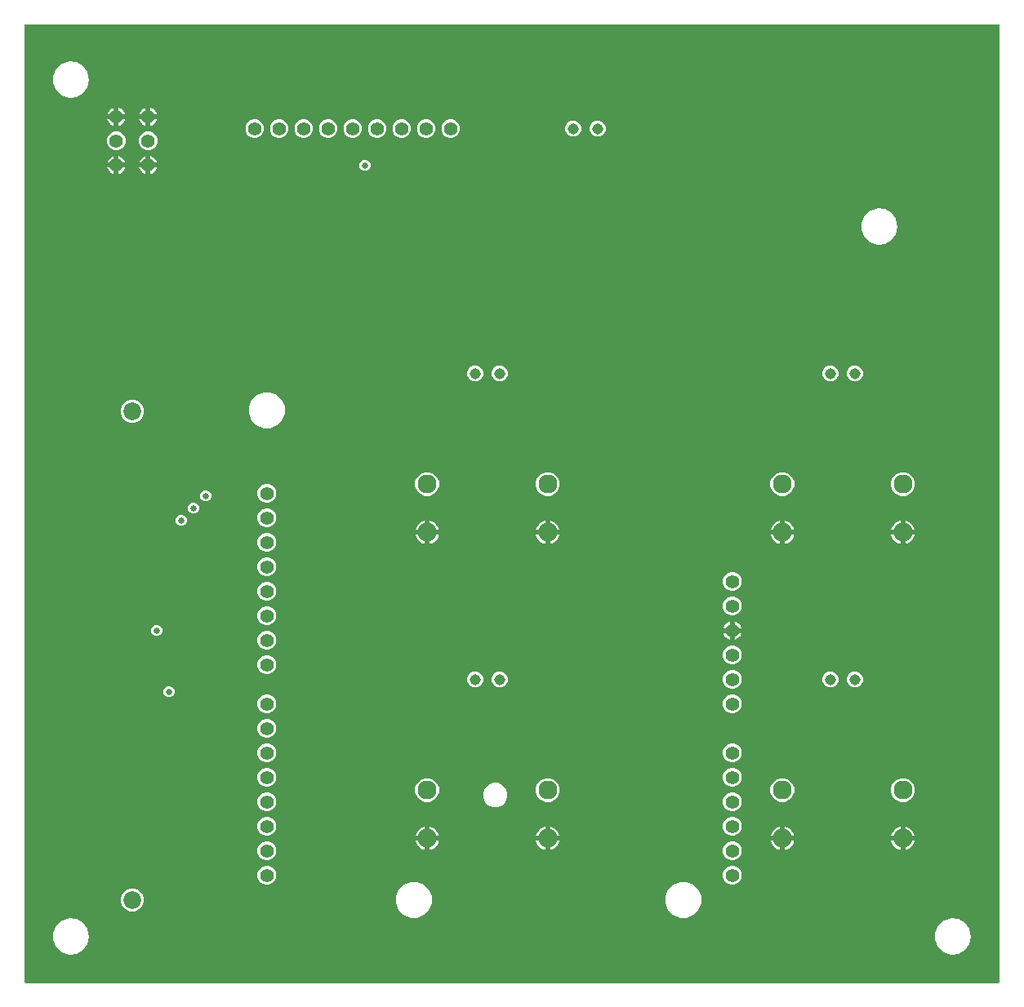
<source format=gbr>
G04 EAGLE Gerber RS-274X export*
G75*
%MOMM*%
%FSLAX34Y34*%
%LPD*%
%INCopper Layer 15*%
%IPPOS*%
%AMOC8*
5,1,8,0,0,1.08239X$1,22.5*%
G01*
%ADD10C,1.849119*%
%ADD11C,1.422400*%
%ADD12C,1.400000*%
%ADD13C,1.137919*%
%ADD14C,1.960000*%
%ADD15C,0.654800*%

G36*
X1012308Y2556D02*
X1012308Y2556D01*
X1012427Y2563D01*
X1012465Y2576D01*
X1012506Y2581D01*
X1012616Y2624D01*
X1012729Y2661D01*
X1012764Y2683D01*
X1012801Y2698D01*
X1012897Y2767D01*
X1012998Y2831D01*
X1013026Y2861D01*
X1013059Y2884D01*
X1013135Y2976D01*
X1013216Y3063D01*
X1013236Y3098D01*
X1013261Y3129D01*
X1013312Y3237D01*
X1013370Y3341D01*
X1013380Y3381D01*
X1013397Y3417D01*
X1013419Y3534D01*
X1013449Y3649D01*
X1013453Y3709D01*
X1013457Y3729D01*
X1013455Y3750D01*
X1013459Y3810D01*
X1013459Y996190D01*
X1013444Y996308D01*
X1013437Y996427D01*
X1013424Y996465D01*
X1013419Y996506D01*
X1013376Y996616D01*
X1013339Y996729D01*
X1013317Y996764D01*
X1013302Y996801D01*
X1013233Y996897D01*
X1013169Y996998D01*
X1013139Y997026D01*
X1013116Y997059D01*
X1013024Y997135D01*
X1012937Y997216D01*
X1012902Y997236D01*
X1012871Y997261D01*
X1012763Y997312D01*
X1012659Y997370D01*
X1012619Y997380D01*
X1012583Y997397D01*
X1012466Y997419D01*
X1012351Y997449D01*
X1012291Y997453D01*
X1012271Y997457D01*
X1012250Y997455D01*
X1012190Y997459D01*
X3810Y997459D01*
X3692Y997444D01*
X3573Y997437D01*
X3535Y997424D01*
X3494Y997419D01*
X3384Y997376D01*
X3271Y997339D01*
X3236Y997317D01*
X3199Y997302D01*
X3103Y997233D01*
X3002Y997169D01*
X2974Y997139D01*
X2941Y997116D01*
X2865Y997024D01*
X2784Y996937D01*
X2764Y996902D01*
X2739Y996871D01*
X2688Y996763D01*
X2630Y996659D01*
X2620Y996619D01*
X2603Y996583D01*
X2581Y996466D01*
X2551Y996351D01*
X2547Y996291D01*
X2543Y996271D01*
X2545Y996250D01*
X2541Y996190D01*
X2541Y3810D01*
X2556Y3692D01*
X2563Y3573D01*
X2576Y3535D01*
X2581Y3494D01*
X2624Y3384D01*
X2661Y3271D01*
X2683Y3236D01*
X2698Y3199D01*
X2767Y3103D01*
X2831Y3002D01*
X2861Y2974D01*
X2884Y2941D01*
X2976Y2865D01*
X3063Y2784D01*
X3098Y2764D01*
X3129Y2739D01*
X3237Y2688D01*
X3341Y2630D01*
X3381Y2620D01*
X3417Y2603D01*
X3534Y2581D01*
X3649Y2551D01*
X3709Y2547D01*
X3729Y2543D01*
X3750Y2545D01*
X3810Y2541D01*
X1012190Y2541D01*
X1012308Y2556D01*
G37*
%LPC*%
G36*
X41289Y923326D02*
X41289Y923326D01*
X35411Y928619D01*
X32193Y935845D01*
X32193Y943755D01*
X35411Y950981D01*
X41289Y956274D01*
X48812Y958718D01*
X56678Y957891D01*
X63528Y953936D01*
X68178Y947537D01*
X69822Y939800D01*
X68178Y932063D01*
X63528Y925664D01*
X56678Y921709D01*
X48812Y920882D01*
X41289Y923326D01*
G37*
%LPD*%
%LPC*%
G36*
X955689Y34326D02*
X955689Y34326D01*
X949811Y39619D01*
X946593Y46845D01*
X946593Y54755D01*
X949811Y61981D01*
X955689Y67274D01*
X963212Y69718D01*
X971078Y68891D01*
X977928Y64936D01*
X982578Y58537D01*
X984222Y50800D01*
X982578Y43063D01*
X977928Y36664D01*
X971078Y32709D01*
X963212Y31882D01*
X955689Y34326D01*
G37*
%LPD*%
%LPC*%
G36*
X879489Y770926D02*
X879489Y770926D01*
X873611Y776219D01*
X870393Y783445D01*
X870393Y791355D01*
X873611Y798581D01*
X879489Y803874D01*
X887012Y806318D01*
X894878Y805491D01*
X901728Y801536D01*
X906378Y795137D01*
X908022Y787400D01*
X906378Y779663D01*
X901728Y773264D01*
X894878Y769309D01*
X887012Y768482D01*
X879489Y770926D01*
G37*
%LPD*%
%LPC*%
G36*
X41289Y34326D02*
X41289Y34326D01*
X35411Y39619D01*
X32193Y46845D01*
X32193Y54755D01*
X35411Y61981D01*
X41289Y67274D01*
X48812Y69718D01*
X56678Y68891D01*
X63528Y64936D01*
X68178Y58537D01*
X69822Y50800D01*
X68178Y43063D01*
X63528Y36664D01*
X56678Y32709D01*
X48812Y31882D01*
X41289Y34326D01*
G37*
%LPD*%
%LPC*%
G36*
X250312Y578359D02*
X250312Y578359D01*
X243498Y581182D01*
X238282Y586398D01*
X235459Y593212D01*
X235459Y600588D01*
X238282Y607402D01*
X243498Y612618D01*
X250312Y615441D01*
X257688Y615441D01*
X264502Y612618D01*
X269718Y607402D01*
X272541Y600588D01*
X272541Y593212D01*
X269718Y586398D01*
X264502Y581182D01*
X257688Y578359D01*
X250312Y578359D01*
G37*
%LPD*%
%LPC*%
G36*
X402712Y70359D02*
X402712Y70359D01*
X395898Y73182D01*
X390682Y78398D01*
X387859Y85212D01*
X387859Y92588D01*
X390682Y99402D01*
X395898Y104618D01*
X402712Y107441D01*
X410088Y107441D01*
X416902Y104618D01*
X422118Y99402D01*
X424941Y92588D01*
X424941Y85212D01*
X422118Y78398D01*
X416902Y73182D01*
X410088Y70359D01*
X402712Y70359D01*
G37*
%LPD*%
%LPC*%
G36*
X682112Y70359D02*
X682112Y70359D01*
X675298Y73182D01*
X670082Y78398D01*
X667259Y85212D01*
X667259Y92588D01*
X670082Y99402D01*
X675298Y104618D01*
X682112Y107441D01*
X689488Y107441D01*
X696302Y104618D01*
X701518Y99402D01*
X704341Y92588D01*
X704341Y85212D01*
X701518Y78398D01*
X696302Y73182D01*
X689488Y70359D01*
X682112Y70359D01*
G37*
%LPD*%
%LPC*%
G36*
X488367Y185063D02*
X488367Y185063D01*
X483758Y186972D01*
X480230Y190500D01*
X478321Y195109D01*
X478321Y200099D01*
X480230Y204708D01*
X483758Y208236D01*
X488367Y210145D01*
X493357Y210145D01*
X497966Y208236D01*
X501494Y204708D01*
X503403Y200099D01*
X503403Y195109D01*
X501494Y190500D01*
X497966Y186972D01*
X493357Y185063D01*
X488367Y185063D01*
G37*
%LPD*%
%LPC*%
G36*
X910945Y507959D02*
X910945Y507959D01*
X906410Y509838D01*
X902938Y513310D01*
X901059Y517845D01*
X901059Y522755D01*
X902938Y527290D01*
X906410Y530762D01*
X910945Y532641D01*
X915855Y532641D01*
X920390Y530762D01*
X923862Y527290D01*
X925741Y522755D01*
X925741Y517845D01*
X923862Y513310D01*
X920390Y509838D01*
X915855Y507959D01*
X910945Y507959D01*
G37*
%LPD*%
%LPC*%
G36*
X785945Y507959D02*
X785945Y507959D01*
X781410Y509838D01*
X777938Y513310D01*
X776059Y517845D01*
X776059Y522755D01*
X777938Y527290D01*
X781410Y530762D01*
X785945Y532641D01*
X790855Y532641D01*
X795390Y530762D01*
X798862Y527290D01*
X800741Y522755D01*
X800741Y517845D01*
X798862Y513310D01*
X795390Y509838D01*
X790855Y507959D01*
X785945Y507959D01*
G37*
%LPD*%
%LPC*%
G36*
X542645Y507959D02*
X542645Y507959D01*
X538110Y509838D01*
X534638Y513310D01*
X532759Y517845D01*
X532759Y522755D01*
X534638Y527290D01*
X538110Y530762D01*
X542645Y532641D01*
X547555Y532641D01*
X552090Y530762D01*
X555562Y527290D01*
X557441Y522755D01*
X557441Y517845D01*
X555562Y513310D01*
X552090Y509838D01*
X547555Y507959D01*
X542645Y507959D01*
G37*
%LPD*%
%LPC*%
G36*
X417645Y507959D02*
X417645Y507959D01*
X413110Y509838D01*
X409638Y513310D01*
X407759Y517845D01*
X407759Y522755D01*
X409638Y527290D01*
X413110Y530762D01*
X417645Y532641D01*
X422555Y532641D01*
X427090Y530762D01*
X430562Y527290D01*
X432441Y522755D01*
X432441Y517845D01*
X430562Y513310D01*
X427090Y509838D01*
X422555Y507959D01*
X417645Y507959D01*
G37*
%LPD*%
%LPC*%
G36*
X417645Y190459D02*
X417645Y190459D01*
X413110Y192338D01*
X409638Y195810D01*
X407759Y200345D01*
X407759Y205255D01*
X409638Y209790D01*
X413110Y213262D01*
X417645Y215141D01*
X422555Y215141D01*
X427090Y213262D01*
X430562Y209790D01*
X432441Y205255D01*
X432441Y200345D01*
X430562Y195810D01*
X427090Y192338D01*
X422555Y190459D01*
X417645Y190459D01*
G37*
%LPD*%
%LPC*%
G36*
X542645Y190459D02*
X542645Y190459D01*
X538110Y192338D01*
X534638Y195810D01*
X532759Y200345D01*
X532759Y205255D01*
X534638Y209790D01*
X538110Y213262D01*
X542645Y215141D01*
X547555Y215141D01*
X552090Y213262D01*
X555562Y209790D01*
X557441Y205255D01*
X557441Y200345D01*
X555562Y195810D01*
X552090Y192338D01*
X547555Y190459D01*
X542645Y190459D01*
G37*
%LPD*%
%LPC*%
G36*
X785945Y190459D02*
X785945Y190459D01*
X781410Y192338D01*
X777938Y195810D01*
X776059Y200345D01*
X776059Y205255D01*
X777938Y209790D01*
X781410Y213262D01*
X785945Y215141D01*
X790855Y215141D01*
X795390Y213262D01*
X798862Y209790D01*
X800741Y205255D01*
X800741Y200345D01*
X798862Y195810D01*
X795390Y192338D01*
X790855Y190459D01*
X785945Y190459D01*
G37*
%LPD*%
%LPC*%
G36*
X910945Y190459D02*
X910945Y190459D01*
X906410Y192338D01*
X902938Y195810D01*
X901059Y200345D01*
X901059Y205255D01*
X902938Y209790D01*
X906410Y213262D01*
X910945Y215141D01*
X915855Y215141D01*
X920390Y213262D01*
X923862Y209790D01*
X925741Y205255D01*
X925741Y200345D01*
X923862Y195810D01*
X920390Y192338D01*
X915855Y190459D01*
X910945Y190459D01*
G37*
%LPD*%
%LPC*%
G36*
X111956Y583844D02*
X111956Y583844D01*
X107624Y585638D01*
X104308Y588954D01*
X102514Y593286D01*
X102514Y597974D01*
X104308Y602306D01*
X107624Y605622D01*
X111956Y607416D01*
X116644Y607416D01*
X120976Y605622D01*
X124292Y602306D01*
X126086Y597974D01*
X126086Y593286D01*
X124292Y588954D01*
X120976Y585638D01*
X116644Y583844D01*
X111956Y583844D01*
G37*
%LPD*%
%LPC*%
G36*
X111956Y77114D02*
X111956Y77114D01*
X107624Y78908D01*
X104308Y82224D01*
X102514Y86556D01*
X102514Y91244D01*
X104308Y95576D01*
X107624Y98892D01*
X111956Y100686D01*
X116644Y100686D01*
X120976Y98892D01*
X124292Y95576D01*
X126086Y91244D01*
X126086Y86556D01*
X124292Y82224D01*
X120976Y78908D01*
X116644Y77114D01*
X111956Y77114D01*
G37*
%LPD*%
%LPC*%
G36*
X252080Y348487D02*
X252080Y348487D01*
X248532Y349957D01*
X245817Y352672D01*
X244347Y356220D01*
X244347Y360060D01*
X245817Y363608D01*
X248532Y366323D01*
X252080Y367793D01*
X255920Y367793D01*
X259468Y366323D01*
X262183Y363608D01*
X263653Y360060D01*
X263653Y356220D01*
X262183Y352672D01*
X259468Y349957D01*
X255920Y348487D01*
X252080Y348487D01*
G37*
%LPD*%
%LPC*%
G36*
X734680Y333247D02*
X734680Y333247D01*
X731132Y334717D01*
X728417Y337432D01*
X726947Y340980D01*
X726947Y344820D01*
X728417Y348368D01*
X731132Y351083D01*
X734680Y352553D01*
X738520Y352553D01*
X742068Y351083D01*
X744783Y348368D01*
X746253Y344820D01*
X746253Y340980D01*
X744783Y337432D01*
X742068Y334717D01*
X738520Y333247D01*
X734680Y333247D01*
G37*
%LPD*%
%LPC*%
G36*
X252080Y323087D02*
X252080Y323087D01*
X248532Y324557D01*
X245817Y327272D01*
X244347Y330820D01*
X244347Y334660D01*
X245817Y338208D01*
X248532Y340923D01*
X252080Y342393D01*
X255920Y342393D01*
X259468Y340923D01*
X262183Y338208D01*
X263653Y334660D01*
X263653Y330820D01*
X262183Y327272D01*
X259468Y324557D01*
X255920Y323087D01*
X252080Y323087D01*
G37*
%LPD*%
%LPC*%
G36*
X734680Y282447D02*
X734680Y282447D01*
X731132Y283917D01*
X728417Y286632D01*
X726947Y290180D01*
X726947Y294020D01*
X728417Y297568D01*
X731132Y300283D01*
X734680Y301753D01*
X738520Y301753D01*
X742068Y300283D01*
X744783Y297568D01*
X746253Y294020D01*
X746253Y290180D01*
X744783Y286632D01*
X742068Y283917D01*
X738520Y282447D01*
X734680Y282447D01*
G37*
%LPD*%
%LPC*%
G36*
X252080Y282447D02*
X252080Y282447D01*
X248532Y283917D01*
X245817Y286632D01*
X244347Y290180D01*
X244347Y294020D01*
X245817Y297568D01*
X248532Y300283D01*
X252080Y301753D01*
X255920Y301753D01*
X259468Y300283D01*
X262183Y297568D01*
X263653Y294020D01*
X263653Y290180D01*
X262183Y286632D01*
X259468Y283917D01*
X255920Y282447D01*
X252080Y282447D01*
G37*
%LPD*%
%LPC*%
G36*
X252080Y257047D02*
X252080Y257047D01*
X248532Y258517D01*
X245817Y261232D01*
X244347Y264780D01*
X244347Y268620D01*
X245817Y272168D01*
X248532Y274883D01*
X252080Y276353D01*
X255920Y276353D01*
X259468Y274883D01*
X262183Y272168D01*
X263653Y268620D01*
X263653Y264780D01*
X262183Y261232D01*
X259468Y258517D01*
X255920Y257047D01*
X252080Y257047D01*
G37*
%LPD*%
%LPC*%
G36*
X734680Y231647D02*
X734680Y231647D01*
X731132Y233117D01*
X728417Y235832D01*
X726947Y239380D01*
X726947Y243220D01*
X728417Y246768D01*
X731132Y249483D01*
X734680Y250953D01*
X738520Y250953D01*
X742068Y249483D01*
X744783Y246768D01*
X746253Y243220D01*
X746253Y239380D01*
X744783Y235832D01*
X742068Y233117D01*
X738520Y231647D01*
X734680Y231647D01*
G37*
%LPD*%
%LPC*%
G36*
X252080Y500887D02*
X252080Y500887D01*
X248532Y502357D01*
X245817Y505072D01*
X244347Y508620D01*
X244347Y512460D01*
X245817Y516008D01*
X248532Y518723D01*
X252080Y520193D01*
X255920Y520193D01*
X259468Y518723D01*
X262183Y516008D01*
X263653Y512460D01*
X263653Y508620D01*
X262183Y505072D01*
X259468Y502357D01*
X255920Y500887D01*
X252080Y500887D01*
G37*
%LPD*%
%LPC*%
G36*
X252080Y231647D02*
X252080Y231647D01*
X248532Y233117D01*
X245817Y235832D01*
X244347Y239380D01*
X244347Y243220D01*
X245817Y246768D01*
X248532Y249483D01*
X252080Y250953D01*
X255920Y250953D01*
X259468Y249483D01*
X262183Y246768D01*
X263653Y243220D01*
X263653Y239380D01*
X262183Y235832D01*
X259468Y233117D01*
X255920Y231647D01*
X252080Y231647D01*
G37*
%LPD*%
%LPC*%
G36*
X734680Y206247D02*
X734680Y206247D01*
X731132Y207717D01*
X728417Y210432D01*
X726947Y213980D01*
X726947Y217820D01*
X728417Y221368D01*
X731132Y224083D01*
X734680Y225553D01*
X738520Y225553D01*
X742068Y224083D01*
X744783Y221368D01*
X746253Y217820D01*
X746253Y213980D01*
X744783Y210432D01*
X742068Y207717D01*
X738520Y206247D01*
X734680Y206247D01*
G37*
%LPD*%
%LPC*%
G36*
X252080Y475487D02*
X252080Y475487D01*
X248532Y476957D01*
X245817Y479672D01*
X244347Y483220D01*
X244347Y487060D01*
X245817Y490608D01*
X248532Y493323D01*
X252080Y494793D01*
X255920Y494793D01*
X259468Y493323D01*
X262183Y490608D01*
X263653Y487060D01*
X263653Y483220D01*
X262183Y479672D01*
X259468Y476957D01*
X255920Y475487D01*
X252080Y475487D01*
G37*
%LPD*%
%LPC*%
G36*
X252080Y206247D02*
X252080Y206247D01*
X248532Y207717D01*
X245817Y210432D01*
X244347Y213980D01*
X244347Y217820D01*
X245817Y221368D01*
X248532Y224083D01*
X252080Y225553D01*
X255920Y225553D01*
X259468Y224083D01*
X262183Y221368D01*
X263653Y217820D01*
X263653Y213980D01*
X262183Y210432D01*
X259468Y207717D01*
X255920Y206247D01*
X252080Y206247D01*
G37*
%LPD*%
%LPC*%
G36*
X252080Y180847D02*
X252080Y180847D01*
X248532Y182317D01*
X245817Y185032D01*
X244347Y188580D01*
X244347Y192420D01*
X245817Y195968D01*
X248532Y198683D01*
X252080Y200153D01*
X255920Y200153D01*
X259468Y198683D01*
X262183Y195968D01*
X263653Y192420D01*
X263653Y188580D01*
X262183Y185032D01*
X259468Y182317D01*
X255920Y180847D01*
X252080Y180847D01*
G37*
%LPD*%
%LPC*%
G36*
X734680Y155447D02*
X734680Y155447D01*
X731132Y156917D01*
X728417Y159632D01*
X726947Y163180D01*
X726947Y167020D01*
X728417Y170568D01*
X731132Y173283D01*
X734680Y174753D01*
X738520Y174753D01*
X742068Y173283D01*
X744783Y170568D01*
X746253Y167020D01*
X746253Y163180D01*
X744783Y159632D01*
X742068Y156917D01*
X738520Y155447D01*
X734680Y155447D01*
G37*
%LPD*%
%LPC*%
G36*
X252080Y155447D02*
X252080Y155447D01*
X248532Y156917D01*
X245817Y159632D01*
X244347Y163180D01*
X244347Y167020D01*
X245817Y170568D01*
X248532Y173283D01*
X252080Y174753D01*
X255920Y174753D01*
X259468Y173283D01*
X262183Y170568D01*
X263653Y167020D01*
X263653Y163180D01*
X262183Y159632D01*
X259468Y156917D01*
X255920Y155447D01*
X252080Y155447D01*
G37*
%LPD*%
%LPC*%
G36*
X734680Y307847D02*
X734680Y307847D01*
X731132Y309317D01*
X728417Y312032D01*
X726947Y315580D01*
X726947Y319420D01*
X728417Y322968D01*
X731132Y325683D01*
X734680Y327153D01*
X738520Y327153D01*
X742068Y325683D01*
X744783Y322968D01*
X746253Y319420D01*
X746253Y315580D01*
X744783Y312032D01*
X742068Y309317D01*
X738520Y307847D01*
X734680Y307847D01*
G37*
%LPD*%
%LPC*%
G36*
X734680Y130047D02*
X734680Y130047D01*
X731132Y131517D01*
X728417Y134232D01*
X726947Y137780D01*
X726947Y141620D01*
X728417Y145168D01*
X731132Y147883D01*
X734680Y149353D01*
X738520Y149353D01*
X742068Y147883D01*
X744783Y145168D01*
X746253Y141620D01*
X746253Y137780D01*
X744783Y134232D01*
X742068Y131517D01*
X738520Y130047D01*
X734680Y130047D01*
G37*
%LPD*%
%LPC*%
G36*
X252080Y130047D02*
X252080Y130047D01*
X248532Y131517D01*
X245817Y134232D01*
X244347Y137780D01*
X244347Y141620D01*
X245817Y145168D01*
X248532Y147883D01*
X252080Y149353D01*
X255920Y149353D01*
X259468Y147883D01*
X262183Y145168D01*
X263653Y141620D01*
X263653Y137780D01*
X262183Y134232D01*
X259468Y131517D01*
X255920Y130047D01*
X252080Y130047D01*
G37*
%LPD*%
%LPC*%
G36*
X734680Y104647D02*
X734680Y104647D01*
X731132Y106117D01*
X728417Y108832D01*
X726947Y112380D01*
X726947Y116220D01*
X728417Y119768D01*
X731132Y122483D01*
X734680Y123953D01*
X738520Y123953D01*
X742068Y122483D01*
X744783Y119768D01*
X746253Y116220D01*
X746253Y112380D01*
X744783Y108832D01*
X742068Y106117D01*
X738520Y104647D01*
X734680Y104647D01*
G37*
%LPD*%
%LPC*%
G36*
X252080Y104647D02*
X252080Y104647D01*
X248532Y106117D01*
X245817Y108832D01*
X244347Y112380D01*
X244347Y116220D01*
X245817Y119768D01*
X248532Y122483D01*
X252080Y123953D01*
X255920Y123953D01*
X259468Y122483D01*
X262183Y119768D01*
X263653Y116220D01*
X263653Y112380D01*
X262183Y108832D01*
X259468Y106117D01*
X255920Y104647D01*
X252080Y104647D01*
G37*
%LPD*%
%LPC*%
G36*
X252080Y450087D02*
X252080Y450087D01*
X248532Y451557D01*
X245817Y454272D01*
X244347Y457820D01*
X244347Y461660D01*
X245817Y465208D01*
X248532Y467923D01*
X252080Y469393D01*
X255920Y469393D01*
X259468Y467923D01*
X262183Y465208D01*
X263653Y461660D01*
X263653Y457820D01*
X262183Y454272D01*
X259468Y451557D01*
X255920Y450087D01*
X252080Y450087D01*
G37*
%LPD*%
%LPC*%
G36*
X734680Y180847D02*
X734680Y180847D01*
X731132Y182317D01*
X728417Y185032D01*
X726947Y188580D01*
X726947Y192420D01*
X728417Y195968D01*
X731132Y198683D01*
X734680Y200153D01*
X738520Y200153D01*
X742068Y198683D01*
X744783Y195968D01*
X746253Y192420D01*
X746253Y188580D01*
X744783Y185032D01*
X742068Y182317D01*
X738520Y180847D01*
X734680Y180847D01*
G37*
%LPD*%
%LPC*%
G36*
X252080Y424687D02*
X252080Y424687D01*
X248532Y426157D01*
X245817Y428872D01*
X244347Y432420D01*
X244347Y436260D01*
X245817Y439808D01*
X248532Y442523D01*
X252080Y443993D01*
X255920Y443993D01*
X259468Y442523D01*
X262183Y439808D01*
X263653Y436260D01*
X263653Y432420D01*
X262183Y428872D01*
X259468Y426157D01*
X255920Y424687D01*
X252080Y424687D01*
G37*
%LPD*%
%LPC*%
G36*
X734680Y409447D02*
X734680Y409447D01*
X731132Y410917D01*
X728417Y413632D01*
X726947Y417180D01*
X726947Y421020D01*
X728417Y424568D01*
X731132Y427283D01*
X734680Y428753D01*
X738520Y428753D01*
X742068Y427283D01*
X744783Y424568D01*
X746253Y421020D01*
X746253Y417180D01*
X744783Y413632D01*
X742068Y410917D01*
X738520Y409447D01*
X734680Y409447D01*
G37*
%LPD*%
%LPC*%
G36*
X252080Y399287D02*
X252080Y399287D01*
X248532Y400757D01*
X245817Y403472D01*
X244347Y407020D01*
X244347Y410860D01*
X245817Y414408D01*
X248532Y417123D01*
X252080Y418593D01*
X255920Y418593D01*
X259468Y417123D01*
X262183Y414408D01*
X263653Y410860D01*
X263653Y407020D01*
X262183Y403472D01*
X259468Y400757D01*
X255920Y399287D01*
X252080Y399287D01*
G37*
%LPD*%
%LPC*%
G36*
X734680Y384047D02*
X734680Y384047D01*
X731132Y385517D01*
X728417Y388232D01*
X726947Y391780D01*
X726947Y395620D01*
X728417Y399168D01*
X731132Y401883D01*
X734680Y403353D01*
X738520Y403353D01*
X742068Y401883D01*
X744783Y399168D01*
X746253Y395620D01*
X746253Y391780D01*
X744783Y388232D01*
X742068Y385517D01*
X738520Y384047D01*
X734680Y384047D01*
G37*
%LPD*%
%LPC*%
G36*
X252080Y373887D02*
X252080Y373887D01*
X248532Y375357D01*
X245817Y378072D01*
X244347Y381620D01*
X244347Y385460D01*
X245817Y389008D01*
X248532Y391723D01*
X252080Y393193D01*
X255920Y393193D01*
X259468Y391723D01*
X262183Y389008D01*
X263653Y385460D01*
X263653Y381620D01*
X262183Y378072D01*
X259468Y375357D01*
X255920Y373887D01*
X252080Y373887D01*
G37*
%LPD*%
%LPC*%
G36*
X366402Y879459D02*
X366402Y879459D01*
X362896Y880912D01*
X360212Y883596D01*
X358759Y887102D01*
X358759Y890898D01*
X360212Y894404D01*
X362896Y897088D01*
X366402Y898541D01*
X370198Y898541D01*
X373704Y897088D01*
X376388Y894404D01*
X377841Y890898D01*
X377841Y887102D01*
X376388Y883596D01*
X373704Y880912D01*
X370198Y879459D01*
X366402Y879459D01*
G37*
%LPD*%
%LPC*%
G36*
X128902Y866759D02*
X128902Y866759D01*
X125396Y868212D01*
X122712Y870896D01*
X121259Y874402D01*
X121259Y878198D01*
X122712Y881704D01*
X125396Y884388D01*
X128902Y885841D01*
X132698Y885841D01*
X136204Y884388D01*
X138888Y881704D01*
X140341Y878198D01*
X140341Y874402D01*
X138888Y870896D01*
X136204Y868212D01*
X132698Y866759D01*
X128902Y866759D01*
G37*
%LPD*%
%LPC*%
G36*
X341002Y879459D02*
X341002Y879459D01*
X337496Y880912D01*
X334812Y883596D01*
X333359Y887102D01*
X333359Y890898D01*
X334812Y894404D01*
X337496Y897088D01*
X341002Y898541D01*
X344798Y898541D01*
X348304Y897088D01*
X350988Y894404D01*
X352441Y890898D01*
X352441Y887102D01*
X350988Y883596D01*
X348304Y880912D01*
X344798Y879459D01*
X341002Y879459D01*
G37*
%LPD*%
%LPC*%
G36*
X315602Y879459D02*
X315602Y879459D01*
X312096Y880912D01*
X309412Y883596D01*
X307959Y887102D01*
X307959Y890898D01*
X309412Y894404D01*
X312096Y897088D01*
X315602Y898541D01*
X319398Y898541D01*
X322904Y897088D01*
X325588Y894404D01*
X327041Y890898D01*
X327041Y887102D01*
X325588Y883596D01*
X322904Y880912D01*
X319398Y879459D01*
X315602Y879459D01*
G37*
%LPD*%
%LPC*%
G36*
X264802Y879459D02*
X264802Y879459D01*
X261296Y880912D01*
X258612Y883596D01*
X257159Y887102D01*
X257159Y890898D01*
X258612Y894404D01*
X261296Y897088D01*
X264802Y898541D01*
X268598Y898541D01*
X272104Y897088D01*
X274788Y894404D01*
X276241Y890898D01*
X276241Y887102D01*
X274788Y883596D01*
X272104Y880912D01*
X268598Y879459D01*
X264802Y879459D01*
G37*
%LPD*%
%LPC*%
G36*
X290202Y879459D02*
X290202Y879459D01*
X286696Y880912D01*
X284012Y883596D01*
X282559Y887102D01*
X282559Y890898D01*
X284012Y894404D01*
X286696Y897088D01*
X290202Y898541D01*
X293998Y898541D01*
X297504Y897088D01*
X300188Y894404D01*
X301641Y890898D01*
X301641Y887102D01*
X300188Y883596D01*
X297504Y880912D01*
X293998Y879459D01*
X290202Y879459D01*
G37*
%LPD*%
%LPC*%
G36*
X95902Y866759D02*
X95902Y866759D01*
X92396Y868212D01*
X89712Y870896D01*
X88259Y874402D01*
X88259Y878198D01*
X89712Y881704D01*
X92396Y884388D01*
X95902Y885841D01*
X99698Y885841D01*
X103204Y884388D01*
X105888Y881704D01*
X107341Y878198D01*
X107341Y874402D01*
X105888Y870896D01*
X103204Y868212D01*
X99698Y866759D01*
X95902Y866759D01*
G37*
%LPD*%
%LPC*%
G36*
X239402Y879459D02*
X239402Y879459D01*
X235896Y880912D01*
X233212Y883596D01*
X231759Y887102D01*
X231759Y890898D01*
X233212Y894404D01*
X235896Y897088D01*
X239402Y898541D01*
X243198Y898541D01*
X246704Y897088D01*
X249388Y894404D01*
X250841Y890898D01*
X250841Y887102D01*
X249388Y883596D01*
X246704Y880912D01*
X243198Y879459D01*
X239402Y879459D01*
G37*
%LPD*%
%LPC*%
G36*
X442602Y879459D02*
X442602Y879459D01*
X439096Y880912D01*
X436412Y883596D01*
X434959Y887102D01*
X434959Y890898D01*
X436412Y894404D01*
X439096Y897088D01*
X442602Y898541D01*
X446398Y898541D01*
X449904Y897088D01*
X452588Y894404D01*
X454041Y890898D01*
X454041Y887102D01*
X452588Y883596D01*
X449904Y880912D01*
X446398Y879459D01*
X442602Y879459D01*
G37*
%LPD*%
%LPC*%
G36*
X417202Y879459D02*
X417202Y879459D01*
X413696Y880912D01*
X411012Y883596D01*
X409559Y887102D01*
X409559Y890898D01*
X411012Y894404D01*
X413696Y897088D01*
X417202Y898541D01*
X420998Y898541D01*
X424504Y897088D01*
X427188Y894404D01*
X428641Y890898D01*
X428641Y887102D01*
X427188Y883596D01*
X424504Y880912D01*
X420998Y879459D01*
X417202Y879459D01*
G37*
%LPD*%
%LPC*%
G36*
X391802Y879459D02*
X391802Y879459D01*
X388296Y880912D01*
X385612Y883596D01*
X384159Y887102D01*
X384159Y890898D01*
X385612Y894404D01*
X388296Y897088D01*
X391802Y898541D01*
X395598Y898541D01*
X399104Y897088D01*
X401788Y894404D01*
X403241Y890898D01*
X403241Y887102D01*
X401788Y883596D01*
X399104Y880912D01*
X395598Y879459D01*
X391802Y879459D01*
G37*
%LPD*%
%LPC*%
G36*
X861963Y626770D02*
X861963Y626770D01*
X858938Y628023D01*
X856623Y630338D01*
X855370Y633363D01*
X855370Y636637D01*
X856623Y639662D01*
X858938Y641977D01*
X861963Y643230D01*
X865237Y643230D01*
X868262Y641977D01*
X870577Y639662D01*
X871830Y636637D01*
X871830Y633363D01*
X870577Y630338D01*
X868262Y628023D01*
X865237Y626770D01*
X861963Y626770D01*
G37*
%LPD*%
%LPC*%
G36*
X836563Y626770D02*
X836563Y626770D01*
X833538Y628023D01*
X831223Y630338D01*
X829970Y633363D01*
X829970Y636637D01*
X831223Y639662D01*
X833538Y641977D01*
X836563Y643230D01*
X839837Y643230D01*
X842862Y641977D01*
X845177Y639662D01*
X846430Y636637D01*
X846430Y633363D01*
X845177Y630338D01*
X842862Y628023D01*
X839837Y626770D01*
X836563Y626770D01*
G37*
%LPD*%
%LPC*%
G36*
X493663Y626770D02*
X493663Y626770D01*
X490638Y628023D01*
X488323Y630338D01*
X487070Y633363D01*
X487070Y636637D01*
X488323Y639662D01*
X490638Y641977D01*
X493663Y643230D01*
X496937Y643230D01*
X499962Y641977D01*
X502277Y639662D01*
X503530Y636637D01*
X503530Y633363D01*
X502277Y630338D01*
X499962Y628023D01*
X496937Y626770D01*
X493663Y626770D01*
G37*
%LPD*%
%LPC*%
G36*
X468263Y626770D02*
X468263Y626770D01*
X465238Y628023D01*
X462923Y630338D01*
X461670Y633363D01*
X461670Y636637D01*
X462923Y639662D01*
X465238Y641977D01*
X468263Y643230D01*
X471537Y643230D01*
X474562Y641977D01*
X476877Y639662D01*
X478130Y636637D01*
X478130Y633363D01*
X476877Y630338D01*
X474562Y628023D01*
X471537Y626770D01*
X468263Y626770D01*
G37*
%LPD*%
%LPC*%
G36*
X468263Y309270D02*
X468263Y309270D01*
X465238Y310523D01*
X462923Y312838D01*
X461670Y315863D01*
X461670Y319137D01*
X462923Y322162D01*
X465238Y324477D01*
X468263Y325730D01*
X471537Y325730D01*
X474562Y324477D01*
X476877Y322162D01*
X478130Y319137D01*
X478130Y315863D01*
X476877Y312838D01*
X474562Y310523D01*
X471537Y309270D01*
X468263Y309270D01*
G37*
%LPD*%
%LPC*%
G36*
X595263Y880770D02*
X595263Y880770D01*
X592238Y882023D01*
X589923Y884338D01*
X588670Y887363D01*
X588670Y890637D01*
X589923Y893662D01*
X592238Y895977D01*
X595263Y897230D01*
X598537Y897230D01*
X601562Y895977D01*
X603877Y893662D01*
X605130Y890637D01*
X605130Y887363D01*
X603877Y884338D01*
X601562Y882023D01*
X598537Y880770D01*
X595263Y880770D01*
G37*
%LPD*%
%LPC*%
G36*
X569863Y880770D02*
X569863Y880770D01*
X566838Y882023D01*
X564523Y884338D01*
X563270Y887363D01*
X563270Y890637D01*
X564523Y893662D01*
X566838Y895977D01*
X569863Y897230D01*
X573137Y897230D01*
X576162Y895977D01*
X578477Y893662D01*
X579730Y890637D01*
X579730Y887363D01*
X578477Y884338D01*
X576162Y882023D01*
X573137Y880770D01*
X569863Y880770D01*
G37*
%LPD*%
%LPC*%
G36*
X493663Y309270D02*
X493663Y309270D01*
X490638Y310523D01*
X488323Y312838D01*
X487070Y315863D01*
X487070Y319137D01*
X488323Y322162D01*
X490638Y324477D01*
X493663Y325730D01*
X496937Y325730D01*
X499962Y324477D01*
X502277Y322162D01*
X503530Y319137D01*
X503530Y315863D01*
X502277Y312838D01*
X499962Y310523D01*
X496937Y309270D01*
X493663Y309270D01*
G37*
%LPD*%
%LPC*%
G36*
X836563Y309270D02*
X836563Y309270D01*
X833538Y310523D01*
X831223Y312838D01*
X829970Y315863D01*
X829970Y319137D01*
X831223Y322162D01*
X833538Y324477D01*
X836563Y325730D01*
X839837Y325730D01*
X842862Y324477D01*
X845177Y322162D01*
X846430Y319137D01*
X846430Y315863D01*
X845177Y312838D01*
X842862Y310523D01*
X839837Y309270D01*
X836563Y309270D01*
G37*
%LPD*%
%LPC*%
G36*
X861963Y309270D02*
X861963Y309270D01*
X858938Y310523D01*
X856623Y312838D01*
X855370Y315863D01*
X855370Y319137D01*
X856623Y322162D01*
X858938Y324477D01*
X861963Y325730D01*
X865237Y325730D01*
X868262Y324477D01*
X870577Y322162D01*
X871830Y319137D01*
X871830Y315863D01*
X870577Y312838D01*
X868262Y310523D01*
X865237Y309270D01*
X861963Y309270D01*
G37*
%LPD*%
%LPC*%
G36*
X176643Y489485D02*
X176643Y489485D01*
X174506Y490370D01*
X172870Y492006D01*
X171985Y494143D01*
X171985Y496457D01*
X172870Y498594D01*
X174506Y500230D01*
X176643Y501115D01*
X178957Y501115D01*
X181094Y500230D01*
X182730Y498594D01*
X183615Y496457D01*
X183615Y494143D01*
X182730Y492006D01*
X181094Y490370D01*
X178957Y489485D01*
X176643Y489485D01*
G37*
%LPD*%
%LPC*%
G36*
X163943Y476785D02*
X163943Y476785D01*
X161806Y477670D01*
X160170Y479306D01*
X159285Y481443D01*
X159285Y483757D01*
X160170Y485894D01*
X161806Y487530D01*
X163943Y488415D01*
X166257Y488415D01*
X168394Y487530D01*
X170030Y485894D01*
X170915Y483757D01*
X170915Y481443D01*
X170030Y479306D01*
X168394Y477670D01*
X166257Y476785D01*
X163943Y476785D01*
G37*
%LPD*%
%LPC*%
G36*
X151243Y298985D02*
X151243Y298985D01*
X149106Y299870D01*
X147470Y301506D01*
X146585Y303643D01*
X146585Y305957D01*
X147470Y308094D01*
X149106Y309730D01*
X151243Y310615D01*
X153557Y310615D01*
X155694Y309730D01*
X157330Y308094D01*
X158215Y305957D01*
X158215Y303643D01*
X157330Y301506D01*
X155694Y299870D01*
X153557Y298985D01*
X151243Y298985D01*
G37*
%LPD*%
%LPC*%
G36*
X138543Y362485D02*
X138543Y362485D01*
X136406Y363370D01*
X134770Y365006D01*
X133885Y367143D01*
X133885Y369457D01*
X134770Y371594D01*
X136406Y373230D01*
X138543Y374115D01*
X140857Y374115D01*
X142994Y373230D01*
X144630Y371594D01*
X145515Y369457D01*
X145515Y367143D01*
X144630Y365006D01*
X142994Y363370D01*
X140857Y362485D01*
X138543Y362485D01*
G37*
%LPD*%
%LPC*%
G36*
X354443Y845085D02*
X354443Y845085D01*
X352306Y845970D01*
X350670Y847606D01*
X349785Y849743D01*
X349785Y852057D01*
X350670Y854194D01*
X352306Y855830D01*
X354443Y856715D01*
X356757Y856715D01*
X358894Y855830D01*
X360530Y854194D01*
X361415Y852057D01*
X361415Y849743D01*
X360530Y847606D01*
X358894Y845970D01*
X356757Y845085D01*
X354443Y845085D01*
G37*
%LPD*%
%LPC*%
G36*
X189343Y502185D02*
X189343Y502185D01*
X187206Y503070D01*
X185570Y504706D01*
X184685Y506843D01*
X184685Y509157D01*
X185570Y511294D01*
X187206Y512930D01*
X189343Y513815D01*
X191657Y513815D01*
X193794Y512930D01*
X195430Y511294D01*
X196315Y509157D01*
X196315Y506843D01*
X195430Y504706D01*
X193794Y503070D01*
X191657Y502185D01*
X189343Y502185D01*
G37*
%LPD*%
%LPC*%
G36*
X790939Y155339D02*
X790939Y155339D01*
X790939Y164892D01*
X791290Y164837D01*
X793137Y164237D01*
X794868Y163355D01*
X795756Y162709D01*
X796439Y162213D01*
X797813Y160839D01*
X798955Y159268D01*
X799837Y157537D01*
X800437Y155690D01*
X800492Y155339D01*
X790939Y155339D01*
G37*
%LPD*%
%LPC*%
G36*
X547639Y155339D02*
X547639Y155339D01*
X547639Y164892D01*
X547990Y164837D01*
X549837Y164237D01*
X551568Y163355D01*
X552456Y162709D01*
X553139Y162213D01*
X554513Y160839D01*
X555655Y159268D01*
X556537Y157537D01*
X557137Y155690D01*
X557192Y155339D01*
X547639Y155339D01*
G37*
%LPD*%
%LPC*%
G36*
X915939Y155339D02*
X915939Y155339D01*
X915939Y164892D01*
X916290Y164837D01*
X918137Y164237D01*
X919868Y163355D01*
X920756Y162709D01*
X921439Y162213D01*
X922813Y160839D01*
X923955Y159268D01*
X924837Y157537D01*
X925437Y155690D01*
X925492Y155339D01*
X915939Y155339D01*
G37*
%LPD*%
%LPC*%
G36*
X422639Y155339D02*
X422639Y155339D01*
X422639Y164892D01*
X422990Y164837D01*
X424837Y164237D01*
X426568Y163355D01*
X427456Y162709D01*
X428139Y162213D01*
X429513Y160839D01*
X430655Y159268D01*
X431537Y157537D01*
X432137Y155690D01*
X432192Y155339D01*
X422639Y155339D01*
G37*
%LPD*%
%LPC*%
G36*
X547639Y472839D02*
X547639Y472839D01*
X547639Y482392D01*
X547990Y482337D01*
X549837Y481737D01*
X551568Y480855D01*
X553139Y479713D01*
X554513Y478339D01*
X555655Y476768D01*
X556537Y475037D01*
X557137Y473190D01*
X557192Y472839D01*
X547639Y472839D01*
G37*
%LPD*%
%LPC*%
G36*
X422639Y472839D02*
X422639Y472839D01*
X422639Y482392D01*
X422990Y482337D01*
X424837Y481737D01*
X426568Y480855D01*
X428139Y479713D01*
X429513Y478339D01*
X430655Y476768D01*
X431537Y475037D01*
X432137Y473190D01*
X432192Y472839D01*
X422639Y472839D01*
G37*
%LPD*%
%LPC*%
G36*
X790939Y472839D02*
X790939Y472839D01*
X790939Y482392D01*
X791290Y482337D01*
X793137Y481737D01*
X794868Y480855D01*
X796439Y479713D01*
X797813Y478339D01*
X798955Y476768D01*
X799837Y475037D01*
X800437Y473190D01*
X800492Y472839D01*
X790939Y472839D01*
G37*
%LPD*%
%LPC*%
G36*
X915939Y472839D02*
X915939Y472839D01*
X915939Y482392D01*
X916290Y482337D01*
X918137Y481737D01*
X919868Y480855D01*
X921439Y479713D01*
X922813Y478339D01*
X923955Y476768D01*
X924837Y475037D01*
X925437Y473190D01*
X925492Y472839D01*
X915939Y472839D01*
G37*
%LPD*%
%LPC*%
G36*
X901308Y155339D02*
X901308Y155339D01*
X901363Y155690D01*
X901963Y157537D01*
X902845Y159268D01*
X903987Y160839D01*
X905361Y162213D01*
X906932Y163355D01*
X908663Y164237D01*
X910510Y164837D01*
X910861Y164892D01*
X910861Y155339D01*
X901308Y155339D01*
G37*
%LPD*%
%LPC*%
G36*
X790939Y150261D02*
X790939Y150261D01*
X800492Y150261D01*
X800437Y149910D01*
X799837Y148063D01*
X798955Y146332D01*
X797813Y144761D01*
X796439Y143387D01*
X794868Y142245D01*
X793137Y141363D01*
X791290Y140763D01*
X790939Y140708D01*
X790939Y150261D01*
G37*
%LPD*%
%LPC*%
G36*
X547639Y150261D02*
X547639Y150261D01*
X557192Y150261D01*
X557137Y149910D01*
X556537Y148063D01*
X555655Y146332D01*
X554513Y144761D01*
X553139Y143387D01*
X551568Y142245D01*
X549837Y141363D01*
X547990Y140763D01*
X547639Y140708D01*
X547639Y150261D01*
G37*
%LPD*%
%LPC*%
G36*
X422639Y150261D02*
X422639Y150261D01*
X432192Y150261D01*
X432137Y149910D01*
X431537Y148063D01*
X430655Y146332D01*
X429513Y144761D01*
X428139Y143387D01*
X426568Y142245D01*
X424837Y141363D01*
X422990Y140763D01*
X422639Y140708D01*
X422639Y150261D01*
G37*
%LPD*%
%LPC*%
G36*
X422639Y467761D02*
X422639Y467761D01*
X432192Y467761D01*
X432137Y467410D01*
X431537Y465563D01*
X430655Y463832D01*
X429513Y462261D01*
X428139Y460887D01*
X426568Y459745D01*
X424837Y458863D01*
X422990Y458263D01*
X422639Y458208D01*
X422639Y467761D01*
G37*
%LPD*%
%LPC*%
G36*
X408008Y472839D02*
X408008Y472839D01*
X408063Y473190D01*
X408663Y475037D01*
X409545Y476768D01*
X410687Y478339D01*
X412061Y479713D01*
X413632Y480855D01*
X415363Y481737D01*
X417210Y482337D01*
X417561Y482392D01*
X417561Y472839D01*
X408008Y472839D01*
G37*
%LPD*%
%LPC*%
G36*
X533008Y472839D02*
X533008Y472839D01*
X533063Y473190D01*
X533663Y475037D01*
X534545Y476768D01*
X535687Y478339D01*
X537061Y479713D01*
X538632Y480855D01*
X540363Y481737D01*
X542210Y482337D01*
X542561Y482392D01*
X542561Y472839D01*
X533008Y472839D01*
G37*
%LPD*%
%LPC*%
G36*
X776308Y472839D02*
X776308Y472839D01*
X776363Y473190D01*
X776963Y475037D01*
X777845Y476768D01*
X778987Y478339D01*
X780361Y479713D01*
X781932Y480855D01*
X783663Y481737D01*
X785510Y482337D01*
X785861Y482392D01*
X785861Y472839D01*
X776308Y472839D01*
G37*
%LPD*%
%LPC*%
G36*
X901308Y472839D02*
X901308Y472839D01*
X901363Y473190D01*
X901963Y475037D01*
X902845Y476768D01*
X903987Y478339D01*
X905361Y479713D01*
X906932Y480855D01*
X908663Y481737D01*
X910510Y482337D01*
X910861Y482392D01*
X910861Y472839D01*
X901308Y472839D01*
G37*
%LPD*%
%LPC*%
G36*
X915939Y150261D02*
X915939Y150261D01*
X925492Y150261D01*
X925437Y149910D01*
X924837Y148063D01*
X923955Y146332D01*
X922813Y144761D01*
X921439Y143387D01*
X919868Y142245D01*
X918137Y141363D01*
X916290Y140763D01*
X915939Y140708D01*
X915939Y150261D01*
G37*
%LPD*%
%LPC*%
G36*
X790939Y467761D02*
X790939Y467761D01*
X800492Y467761D01*
X800437Y467410D01*
X799837Y465563D01*
X798955Y463832D01*
X797813Y462261D01*
X796439Y460887D01*
X794868Y459745D01*
X793137Y458863D01*
X791290Y458263D01*
X790939Y458208D01*
X790939Y467761D01*
G37*
%LPD*%
%LPC*%
G36*
X915939Y467761D02*
X915939Y467761D01*
X925492Y467761D01*
X925437Y467410D01*
X924837Y465563D01*
X923955Y463832D01*
X922813Y462261D01*
X921439Y460887D01*
X919868Y459745D01*
X918137Y458863D01*
X916290Y458263D01*
X915939Y458208D01*
X915939Y467761D01*
G37*
%LPD*%
%LPC*%
G36*
X547639Y467761D02*
X547639Y467761D01*
X557192Y467761D01*
X557137Y467410D01*
X556537Y465563D01*
X555655Y463832D01*
X554513Y462261D01*
X553139Y460887D01*
X551568Y459745D01*
X549837Y458863D01*
X547990Y458263D01*
X547639Y458208D01*
X547639Y467761D01*
G37*
%LPD*%
%LPC*%
G36*
X408008Y155339D02*
X408008Y155339D01*
X408063Y155690D01*
X408663Y157537D01*
X409545Y159268D01*
X410687Y160839D01*
X412061Y162213D01*
X413632Y163355D01*
X415363Y164237D01*
X417210Y164837D01*
X417561Y164892D01*
X417561Y155339D01*
X408008Y155339D01*
G37*
%LPD*%
%LPC*%
G36*
X533008Y155339D02*
X533008Y155339D01*
X533063Y155690D01*
X533663Y157537D01*
X534545Y159268D01*
X535687Y160839D01*
X537061Y162213D01*
X538632Y163355D01*
X540363Y164237D01*
X542210Y164837D01*
X542561Y164892D01*
X542561Y155339D01*
X533008Y155339D01*
G37*
%LPD*%
%LPC*%
G36*
X776308Y155339D02*
X776308Y155339D01*
X776363Y155690D01*
X776963Y157537D01*
X777845Y159268D01*
X778987Y160839D01*
X780361Y162213D01*
X781932Y163355D01*
X783663Y164237D01*
X785510Y164837D01*
X785861Y164892D01*
X785861Y155339D01*
X776308Y155339D01*
G37*
%LPD*%
%LPC*%
G36*
X542210Y140763D02*
X542210Y140763D01*
X540363Y141363D01*
X538632Y142245D01*
X537061Y143387D01*
X535687Y144761D01*
X534545Y146332D01*
X533663Y148063D01*
X533063Y149910D01*
X533008Y150261D01*
X542561Y150261D01*
X542561Y140708D01*
X542210Y140763D01*
G37*
%LPD*%
%LPC*%
G36*
X785510Y458263D02*
X785510Y458263D01*
X783663Y458863D01*
X781932Y459745D01*
X780361Y460887D01*
X778987Y462261D01*
X777845Y463832D01*
X776963Y465563D01*
X776363Y467410D01*
X776308Y467761D01*
X785861Y467761D01*
X785861Y458208D01*
X785510Y458263D01*
G37*
%LPD*%
%LPC*%
G36*
X542210Y458263D02*
X542210Y458263D01*
X540363Y458863D01*
X538632Y459745D01*
X537061Y460887D01*
X535687Y462261D01*
X534545Y463832D01*
X533663Y465563D01*
X533063Y467410D01*
X533008Y467761D01*
X542561Y467761D01*
X542561Y458208D01*
X542210Y458263D01*
G37*
%LPD*%
%LPC*%
G36*
X910510Y458263D02*
X910510Y458263D01*
X908663Y458863D01*
X906932Y459745D01*
X905361Y460887D01*
X903987Y462261D01*
X902845Y463832D01*
X901963Y465563D01*
X901363Y467410D01*
X901308Y467761D01*
X910861Y467761D01*
X910861Y458208D01*
X910510Y458263D01*
G37*
%LPD*%
%LPC*%
G36*
X910510Y140763D02*
X910510Y140763D01*
X908663Y141363D01*
X906932Y142245D01*
X905361Y143387D01*
X903987Y144761D01*
X902845Y146332D01*
X901963Y148063D01*
X901363Y149910D01*
X901308Y150261D01*
X910861Y150261D01*
X910861Y140708D01*
X910510Y140763D01*
G37*
%LPD*%
%LPC*%
G36*
X417210Y140763D02*
X417210Y140763D01*
X415363Y141363D01*
X413632Y142245D01*
X412061Y143387D01*
X410687Y144761D01*
X409545Y146332D01*
X408663Y148063D01*
X408063Y149910D01*
X408008Y150261D01*
X417561Y150261D01*
X417561Y140708D01*
X417210Y140763D01*
G37*
%LPD*%
%LPC*%
G36*
X417210Y458263D02*
X417210Y458263D01*
X415363Y458863D01*
X413632Y459745D01*
X412061Y460887D01*
X410687Y462261D01*
X409545Y463832D01*
X408663Y465563D01*
X408063Y467410D01*
X408008Y467761D01*
X417561Y467761D01*
X417561Y458208D01*
X417210Y458263D01*
G37*
%LPD*%
%LPC*%
G36*
X785510Y140763D02*
X785510Y140763D01*
X783663Y141363D01*
X781932Y142245D01*
X780361Y143387D01*
X778987Y144761D01*
X777845Y146332D01*
X776963Y148063D01*
X776363Y149910D01*
X776308Y150261D01*
X785861Y150261D01*
X785861Y140708D01*
X785510Y140763D01*
G37*
%LPD*%
%LPC*%
G36*
X739139Y370839D02*
X739139Y370839D01*
X739139Y377624D01*
X740305Y377246D01*
X741659Y376556D01*
X742888Y375663D01*
X743963Y374588D01*
X744856Y373359D01*
X745546Y372005D01*
X745924Y370839D01*
X739139Y370839D01*
G37*
%LPD*%
%LPC*%
G36*
X727276Y370839D02*
X727276Y370839D01*
X727654Y372005D01*
X728344Y373359D01*
X729237Y374588D01*
X730312Y375663D01*
X731541Y376556D01*
X732895Y377246D01*
X734061Y377624D01*
X734061Y370839D01*
X727276Y370839D01*
G37*
%LPD*%
%LPC*%
G36*
X739139Y365761D02*
X739139Y365761D01*
X745924Y365761D01*
X745546Y364595D01*
X744856Y363241D01*
X743963Y362012D01*
X742888Y360937D01*
X741659Y360044D01*
X740305Y359354D01*
X739139Y358976D01*
X739139Y365761D01*
G37*
%LPD*%
%LPC*%
G36*
X732895Y359354D02*
X732895Y359354D01*
X731541Y360044D01*
X730312Y360937D01*
X729237Y362012D01*
X728344Y363241D01*
X727654Y364595D01*
X727276Y365761D01*
X734061Y365761D01*
X734061Y358976D01*
X732895Y359354D01*
G37*
%LPD*%
%LPC*%
G36*
X100299Y903799D02*
X100299Y903799D01*
X100299Y910520D01*
X101462Y910142D01*
X102801Y909460D01*
X104015Y908577D01*
X105077Y907515D01*
X105960Y906301D01*
X106642Y904962D01*
X107020Y903799D01*
X100299Y903799D01*
G37*
%LPD*%
%LPC*%
G36*
X100299Y853799D02*
X100299Y853799D01*
X100299Y860520D01*
X101462Y860142D01*
X102801Y859460D01*
X104015Y858577D01*
X105077Y857515D01*
X105960Y856301D01*
X106642Y854962D01*
X107020Y853799D01*
X100299Y853799D01*
G37*
%LPD*%
%LPC*%
G36*
X133299Y903799D02*
X133299Y903799D01*
X133299Y910520D01*
X134462Y910142D01*
X135801Y909460D01*
X137015Y908577D01*
X138077Y907515D01*
X138960Y906301D01*
X139642Y904962D01*
X140020Y903799D01*
X133299Y903799D01*
G37*
%LPD*%
%LPC*%
G36*
X133299Y853799D02*
X133299Y853799D01*
X133299Y860520D01*
X134462Y860142D01*
X135801Y859460D01*
X137015Y858577D01*
X138077Y857515D01*
X138960Y856301D01*
X139642Y854962D01*
X140020Y853799D01*
X133299Y853799D01*
G37*
%LPD*%
%LPC*%
G36*
X88580Y903799D02*
X88580Y903799D01*
X88958Y904962D01*
X89640Y906301D01*
X90523Y907515D01*
X91585Y908577D01*
X92799Y909460D01*
X94138Y910142D01*
X95301Y910520D01*
X95301Y903799D01*
X88580Y903799D01*
G37*
%LPD*%
%LPC*%
G36*
X121580Y903799D02*
X121580Y903799D01*
X121958Y904962D01*
X122640Y906301D01*
X123523Y907515D01*
X124585Y908577D01*
X125799Y909460D01*
X127138Y910142D01*
X128301Y910520D01*
X128301Y903799D01*
X121580Y903799D01*
G37*
%LPD*%
%LPC*%
G36*
X133299Y898801D02*
X133299Y898801D01*
X140020Y898801D01*
X139642Y897638D01*
X138960Y896299D01*
X138077Y895085D01*
X137015Y894023D01*
X135801Y893140D01*
X134462Y892458D01*
X133299Y892080D01*
X133299Y898801D01*
G37*
%LPD*%
%LPC*%
G36*
X133299Y848801D02*
X133299Y848801D01*
X140020Y848801D01*
X139642Y847638D01*
X138960Y846299D01*
X138077Y845085D01*
X137015Y844023D01*
X135801Y843140D01*
X134462Y842458D01*
X133299Y842080D01*
X133299Y848801D01*
G37*
%LPD*%
%LPC*%
G36*
X88580Y853799D02*
X88580Y853799D01*
X88958Y854962D01*
X89640Y856301D01*
X90523Y857515D01*
X91585Y858577D01*
X92799Y859460D01*
X94138Y860142D01*
X95301Y860520D01*
X95301Y853799D01*
X88580Y853799D01*
G37*
%LPD*%
%LPC*%
G36*
X121580Y853799D02*
X121580Y853799D01*
X121958Y854962D01*
X122640Y856301D01*
X123523Y857515D01*
X124585Y858577D01*
X125799Y859460D01*
X127138Y860142D01*
X128301Y860520D01*
X128301Y853799D01*
X121580Y853799D01*
G37*
%LPD*%
%LPC*%
G36*
X100299Y848801D02*
X100299Y848801D01*
X107020Y848801D01*
X106642Y847638D01*
X105960Y846299D01*
X105077Y845085D01*
X104015Y844023D01*
X102801Y843140D01*
X101462Y842458D01*
X100299Y842080D01*
X100299Y848801D01*
G37*
%LPD*%
%LPC*%
G36*
X100299Y898801D02*
X100299Y898801D01*
X107020Y898801D01*
X106642Y897638D01*
X105960Y896299D01*
X105077Y895085D01*
X104015Y894023D01*
X102801Y893140D01*
X101462Y892458D01*
X100299Y892080D01*
X100299Y898801D01*
G37*
%LPD*%
%LPC*%
G36*
X127138Y842458D02*
X127138Y842458D01*
X125799Y843140D01*
X124585Y844023D01*
X123523Y845085D01*
X122640Y846299D01*
X121958Y847638D01*
X121580Y848801D01*
X128301Y848801D01*
X128301Y842080D01*
X127138Y842458D01*
G37*
%LPD*%
%LPC*%
G36*
X94138Y842458D02*
X94138Y842458D01*
X92799Y843140D01*
X91585Y844023D01*
X90523Y845085D01*
X89640Y846299D01*
X88958Y847638D01*
X88580Y848801D01*
X95301Y848801D01*
X95301Y842080D01*
X94138Y842458D01*
G37*
%LPD*%
%LPC*%
G36*
X94138Y892458D02*
X94138Y892458D01*
X92799Y893140D01*
X91585Y894023D01*
X90523Y895085D01*
X89640Y896299D01*
X88958Y897638D01*
X88580Y898801D01*
X95301Y898801D01*
X95301Y892080D01*
X94138Y892458D01*
G37*
%LPD*%
%LPC*%
G36*
X127138Y892458D02*
X127138Y892458D01*
X125799Y893140D01*
X124585Y894023D01*
X123523Y895085D01*
X122640Y896299D01*
X121958Y897638D01*
X121580Y898801D01*
X128301Y898801D01*
X128301Y892080D01*
X127138Y892458D01*
G37*
%LPD*%
%LPC*%
G36*
X736599Y368299D02*
X736599Y368299D01*
X736599Y368301D01*
X736601Y368301D01*
X736601Y368299D01*
X736599Y368299D01*
G37*
%LPD*%
%LPC*%
G36*
X913399Y152799D02*
X913399Y152799D01*
X913399Y152801D01*
X913401Y152801D01*
X913401Y152799D01*
X913399Y152799D01*
G37*
%LPD*%
%LPC*%
G36*
X420099Y152799D02*
X420099Y152799D01*
X420099Y152801D01*
X420101Y152801D01*
X420101Y152799D01*
X420099Y152799D01*
G37*
%LPD*%
%LPC*%
G36*
X788399Y152799D02*
X788399Y152799D01*
X788399Y152801D01*
X788401Y152801D01*
X788401Y152799D01*
X788399Y152799D01*
G37*
%LPD*%
%LPC*%
G36*
X420099Y470299D02*
X420099Y470299D01*
X420099Y470301D01*
X420101Y470301D01*
X420101Y470299D01*
X420099Y470299D01*
G37*
%LPD*%
%LPC*%
G36*
X545099Y470299D02*
X545099Y470299D01*
X545099Y470301D01*
X545101Y470301D01*
X545101Y470299D01*
X545099Y470299D01*
G37*
%LPD*%
%LPC*%
G36*
X788399Y470299D02*
X788399Y470299D01*
X788399Y470301D01*
X788401Y470301D01*
X788401Y470299D01*
X788399Y470299D01*
G37*
%LPD*%
%LPC*%
G36*
X913399Y470299D02*
X913399Y470299D01*
X913399Y470301D01*
X913401Y470301D01*
X913401Y470299D01*
X913399Y470299D01*
G37*
%LPD*%
%LPC*%
G36*
X545099Y152799D02*
X545099Y152799D01*
X545099Y152801D01*
X545101Y152801D01*
X545101Y152799D01*
X545099Y152799D01*
G37*
%LPD*%
D10*
X114300Y88900D03*
X114300Y595630D03*
D11*
X254000Y510540D03*
X254000Y485140D03*
X254000Y459740D03*
X254000Y434340D03*
X254000Y408940D03*
X254000Y383540D03*
X254000Y358140D03*
X254000Y332740D03*
X254000Y292100D03*
X254000Y266700D03*
X254000Y241300D03*
X254000Y215900D03*
X254000Y190500D03*
X254000Y165100D03*
X254000Y139700D03*
X254000Y114300D03*
X736600Y419100D03*
X736600Y393700D03*
X736600Y368300D03*
X736600Y342900D03*
X736600Y317500D03*
X736600Y292100D03*
X736600Y241300D03*
X736600Y215900D03*
X736600Y190500D03*
X736600Y165100D03*
X736600Y139700D03*
X736600Y114300D03*
D12*
X444500Y889000D03*
X419100Y889000D03*
X393700Y889000D03*
X368300Y889000D03*
X342900Y889000D03*
X317500Y889000D03*
X292100Y889000D03*
X266700Y889000D03*
X241300Y889000D03*
D13*
X469900Y635000D03*
X495300Y635000D03*
X838200Y635000D03*
X863600Y635000D03*
X469900Y317500D03*
X495300Y317500D03*
X838200Y317500D03*
X863600Y317500D03*
X571500Y889000D03*
X596900Y889000D03*
D14*
X545100Y520300D03*
X545100Y470300D03*
X420100Y470300D03*
X420100Y520300D03*
X913400Y520300D03*
X913400Y470300D03*
X788400Y470300D03*
X788400Y520300D03*
X545100Y202800D03*
X545100Y152800D03*
X420100Y152800D03*
X420100Y202800D03*
X913400Y202800D03*
X913400Y152800D03*
X788400Y152800D03*
X788400Y202800D03*
D12*
X97800Y851300D03*
X97800Y876300D03*
X97800Y901300D03*
X130800Y851300D03*
X130800Y876300D03*
X130800Y901300D03*
D15*
X139700Y368300D03*
X165100Y482600D03*
X190500Y508000D03*
X152400Y304800D03*
X177800Y495300D03*
X355600Y850900D03*
M02*

</source>
